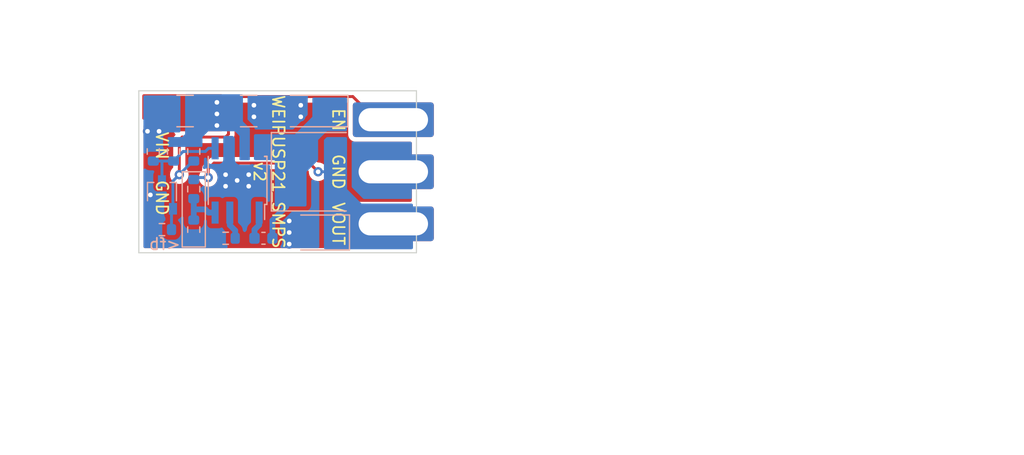
<source format=kicad_pcb>
(kicad_pcb (version 20211014) (generator pcbnew)
  (title_block (comment 4 "AISLER Project ID: BCAAVWBM"))
  (layers (0 "F.Cu" signal) (31 "B.Cu" signal) (34 "B.Paste" user) (35 "F.Paste" user) (36 "B.SilkS" user "B.Silkscreen") (37 "F.SilkS" user "F.Silkscreen") (38 "B.Mask" user) (39 "F.Mask" user) (44 "Edge.Cuts" user))
  (net 0 "")
  (net 1 "VIN")
  (net 2 "GND")
  (net 3 "Net-(Cboot1-Pad1)")
  (net 4 "EN_IN")
  (net 5 "VOUT")
  (net 6 "Net-(Cboot1-Pad2)")
  (net 7 "Net-(Q1-Pad3)")
  (net 8 "Net-(Rfb1-Pad2)")
  (net 9 "Net-(Rsync1-Pad1)")
  (footprint "TestPoint:TestPoint_THTPad_D1.0mm_Drill0.5mm" (layer "F.Cu") (at 120 78.5)
    (fp_text reference "EN1" hide)
    (fp_text value "Conn_01x01_Female")
    (pad "1" thru_hole roundrect (at 0 0) (size 7 3) (drill oval 6 2) (layers *.Cu *.Mask) (roundrect_rratio 0.08333333333) (net 4 "EN_IN"))
  )
  (footprint "Connector_Wire:SolderWirePad_1x01_SMD_1x2mm" (layer "F.Cu") (at 101 77.5 -90)
    (fp_text reference "VIN1" hide)
    (fp_text value "Conn_01x01_Female")
    (pad "1" smd roundrect (at 0 0 270) (size 2 5) (layers "F.Cu" "F.Paste" "F.Mask") (net 1 "VIN"))
  )
  (footprint "Connector_Wire:SolderWirePad_1x01_SMD_1x2mm" (layer "F.Cu") (at 101 88.5 90)
    (fp_text reference "GND1" hide)
    (fp_text value "Conn_01x01_Female")
    (pad "1" smd roundrect (at 0 0 90) (size 2 5) (layers "F.Cu" "F.Paste" "F.Mask") (net 2 "GND"))
  )
  (footprint "TestPoint:TestPoint_THTPad_D1.0mm_Drill0.5mm" (layer "F.Cu") (at 120 87.5)
    (fp_text reference "5V1" hide)
    (fp_text value "Conn_01x01_Female")
    (pad "1" thru_hole roundrect (at 0 0) (size 7 3) (drill oval 6 2) (layers *.Cu *.Mask) (roundrect_rratio 0.08333333333) (net 5 "VOUT"))
  )
  (footprint "TestPoint:TestPoint_THTPad_D1.0mm_Drill0.5mm" (layer "F.Cu") (at 120 83)
    (fp_text reference "GND2" hide)
    (fp_text value "Conn_01x01_Female")
    (pad "1" thru_hole roundrect locked (at 0 0) (size 7 3) (drill oval 6 2) (layers *.Cu *.Mask) (roundrect_rratio 0.08333333333) (net 2 "GND"))
  )
  (footprint "Diode_SMD:D_SOD-128" (layer "B.Cu") (at 113 77.75 180)
    (fp_text reference "D1" hide)
    (fp_text value "40V, 550mV, 2A")
    (fp_line (start -3.08 1.36) (end -3.08 -1.36) (layer "B.SilkS") (width 0.12))
    (fp_line (start -3.08 -1.36) (end 1.9 -1.36) (layer "B.SilkS") (width 0.12))
    (fp_line (start -3.08 1.36) (end 1.9 1.36) (layer "B.SilkS") (width 0.12))
    (pad "1" smd rect (at -2.2 0 180) (size 1.4 2.1) (layers "B.Cu" "B.Paste" "B.Mask") (net 3 "Net-(Cboot1-Pad1)"))
    (pad "2" smd rect (at 2.2 0 180) (size 1.4 2.1) (layers "B.Cu" "B.Paste" "B.Mask") (net 2 "GND"))
  )
  (footprint "Resistor_SMD:R_0603_1608Metric" (layer "B.Cu") (at 99.25 81.25 90)
    (fp_text reference "Ren2" hide)
    (fp_text value "???")
    (fp_line (start -0.237258 -0.5225) (end 0.237258 -0.5225) (layer "B.SilkS") (width 0.12))
    (fp_line (start -0.237258 0.5225) (end 0.237258 0.5225) (layer "B.SilkS") (width 0.12))
    (pad "1" smd roundrect (at -0.825 0 90) (size 0.8 0.95) (layers "B.Cu" "B.Paste" "B.Mask") (net 7 "Net-(Q1-Pad3)"))
    (pad "2" smd roundrect (at 0.825 0 90) (size 0.8 0.95) (layers "B.Cu" "B.Paste" "B.Mask") (net 2 "GND"))
  )
  (footprint "Resistor_SMD:R_0603_1608Metric" (layer "B.Cu") (at 102.75 84.5 -90)
    (fp_text reference "Rfb1" hide)
    (fp_text value "3k")
    (fp_line (start -0.237258 0.5225) (end 0.237258 0.5225) (layer "B.SilkS") (width 0.12))
    (fp_line (start -0.237258 -0.5225) (end 0.237258 -0.5225) (layer "B.SilkS") (width 0.12))
    (pad "1" smd roundrect (at -0.825 0 270) (size 0.8 0.95) (layers "B.Cu" "B.Paste" "B.Mask") (net 5 "VOUT"))
    (pad "2" smd roundrect (at 0.825 0 270) (size 0.8 0.95) (layers "B.Cu" "B.Paste" "B.Mask") (net 8 "Net-(Rfb1-Pad2)"))
  )
  (footprint "Capacitor_SMD:C_1210_3225Metric" (layer "B.Cu") (at 107.5 77.75)
    (fp_text reference "Cin1" hide)
    (fp_text value "50V, 10uF")
    (fp_line (start -0.711252 1.36) (end 0.711252 1.36) (layer "B.SilkS") (width 0.12))
    (fp_line (start -0.711252 -1.36) (end 0.711252 -1.36) (layer "B.SilkS") (width 0.12))
    (pad "1" smd roundrect (at -1.475 0) (size 1.15 2.7) (layers "B.Cu" "B.Paste" "B.Mask") (roundrect_rratio 0.2173913043) (net 1 "VIN"))
    (pad "2" smd roundrect (at 1.475 0) (size 1.15 2.7) (layers "B.Cu" "B.Paste" "B.Mask") (roundrect_rratio 0.2173913043) (net 2 "GND"))
  )
  (footprint "Package_TO_SOT_SMD:SOT-23W" (layer "B.Cu") (at 100 85 90)
    (fp_text reference "Q1" hide)
    (fp_text value "BSS 138")
    (fp_line (start 1.075 1.25) (end 1.075 0.7) (layer "B.SilkS") (width 0.12))
    (fp_line (start 1.075 -0.7) (end 1.075 -1.25) (layer "B.SilkS") (width 0.12))
    (fp_line (start -0.5 -1.25) (end 1.075 -1.25) (layer "B.SilkS") (width 0.12))
    (fp_line (start -0.5 1.25) (end 1.075 1.25) (layer "B.SilkS") (width 0.12))
    (pad "1" smd rect (at -1.2 0.95 90) (size 1 0.7) (layers "B.Cu" "B.Paste" "B.Mask") (net 4 "EN_IN"))
    (pad "2" smd rect (at -1.2 -0.95 90) (size 1 0.7) (layers "B.Cu" "B.Paste" "B.Mask") (net 2 "GND"))
    (pad "3" smd rect (at 1.2 0 90) (size 1 0.7) (layers "B.Cu" "B.Paste" "B.Mask") (net 7 "Net-(Q1-Pad3)"))
  )
  (footprint "Package_SO:TI_SO-PowerPAD-8" (layer "B.Cu") (at 106.5 83.75 90)
    (fp_text reference "U1" hide)
    (fp_text value "LM22670")
    (fp_line (start -2.075 2.575) (end -2.075 2.375) (layer "B.SilkS") (width 0.12))
    (fp_line (start -2.075 2.375) (end -3.375 2.375) (layer "B.SilkS") (width 0.12))
    (fp_line (start -2.075 2.575) (end 2.075 2.575) (layer "B.SilkS") (width 0.12))
    (fp_line (start 2.075 2.575) (end 2.075 2.375) (layer "B.SilkS") (width 0.15))
    (fp_line (start -2.075 -2.5) (end 2.075 -2.5) (layer "B.SilkS") (width 0.12))
    (pad "1" smd rect (at -2.78 1.905 90) (size 1.91 0.61) (layers "B.Cu" "B.Paste" "B.Mask") (net 6 "Net-(Cboot1-Pad2)"))
    (pad "2" smd rect (at -2.78 0.635 90) (size 1.91 0.61) (layers "B.Cu" "B.Paste" "B.Mask") (net 2 "GND"))
    (pad "3" smd rect (at -2.78 -0.635 90) (size 1.91 0.61) (layers "B.Cu" "B.Paste" "B.Mask") (net 9 "Net-(Rsync1-Pad1)"))
    (pad "4" smd rect (at -2.78 -1.905 90) (size 1.91 0.61) (layers "B.Cu" "B.Paste" "B.Mask") (net 8 "Net-(Rfb1-Pad2)"))
    (pad "5" smd rect (at 2.78 -1.905 90) (size 1.91 0.61) (layers "B.Cu" "B.Paste" "B.Mask") (net 7 "Net-(Q1-Pad3)"))
    (pad "6" smd rect (at 2.78 -0.635 90) (size 1.91 0.61) (layers "B.Cu" "B.Paste" "B.Mask") (net 2 "GND"))
    (pad "7" smd rect (at 2.78 0.635 90) (size 1.91 0.61) (layers "B.Cu" "B.Paste" "B.Mask") (net 1 "VIN"))
    (pad "8" smd rect (at 2.78 1.905 90) (size 1.91 0.61) (layers "B.Cu" "B.Paste" "B.Mask") (net 3 "Net-(Cboot1-Pad1)"))
    (pad "9" smd rect (at 0 0 90) (size 2.25 3.02175) (layers "B.Cu" "B.Paste" "B.Mask") (net 2 "GND"))
  )
  (footprint "Resistor_SMD:R_0603_1608Metric" (layer "B.Cu") (at 105.507 88.75 180)
    (fp_text reference "Rsync1" hide)
    (fp_text value "34.8k")
    (fp_line (start -0.237258 0.5225) (end 0.237258 0.5225) (layer "B.SilkS") (width 0.12))
    (fp_line (start -0.237258 -0.5225) (end 0.237258 -0.5225) (layer "B.SilkS") (width 0.12))
    (pad "1" smd roundrect (at -0.825 0 180) (size 0.8 0.95) (layers "B.Cu" "B.Paste" "B.Mask") (net 9 "Net-(Rsync1-Pad1)"))
    (pad "2" smd roundrect (at 0.825 0 180) (size 0.8 0.95) (layers "B.Cu" "B.Paste" "B.Mask") (net 2 "GND"))
  )
  (footprint "Resistor_SMD:R_0603_1608Metric" (layer "B.Cu") (at 100 88 180)
    (fp_text reference "Rmos2" hide)
    (fp_text value "5k")
    (fp_line (start -0.237258 0.5225) (end 0.237258 0.5225) (layer "B.SilkS") (width 0.12))
    (fp_line (start -0.237258 -0.5225) (end 0.237258 -0.5225) (layer "B.SilkS") (width 0.12))
    (pad "1" smd roundrect (at -0.825 0 180) (size 0.8 0.95) (layers "B.Cu" "B.Paste" "B.Mask") (net 4 "EN_IN"))
    (pad "2" smd roundrect (at 0.825 0 180) (size 0.8 0.95) (layers "B.Cu" "B.Paste" "B.Mask") (net 2 "GND"))
  )
  (footprint "Capacitor_SMD:C_0603_1608Metric" (layer "B.Cu") (at 108.775 88.75 180)
    (fp_text reference "Cboot1" hide)
    (fp_text value "50V, 10nF")
    (fp_line (start -0.14058 -0.51) (end 0.14058 -0.51) (layer "B.SilkS") (width 0.12))
    (fp_line (start -0.14058 0.51) (end 0.14058 0.51) (layer "B.SilkS") (width 0.12))
    (pad "1" smd roundrect (at -0.775 0 180) (size 0.9 0.95) (layers "B.Cu" "B.Paste" "B.Mask") (net 3 "Net-(Cboot1-Pad1)"))
    (pad "2" smd roundrect (at 0.775 0 180) (size 0.9 0.95) (layers "B.Cu" "B.Paste" "B.Mask") (net 6 "Net-(Cboot1-Pad2)"))
  )
  (footprint "Resistor_SMD:R_0603_1608Metric" (layer "B.Cu") (at 102.75 88 -90)
    (fp_text reference "Rfb2" hide)
    (fp_text value "1k")
    (fp_line (start -0.237258 0.5225) (end 0.237258 0.5225) (layer "B.SilkS") (width 0.12))
    (fp_line (start -0.237258 -0.5225) (end 0.237258 -0.5225) (layer "B.SilkS") (width 0.12))
    (pad "1" smd roundrect (at -0.825 0 270) (size 0.8 0.95) (layers "B.Cu" "B.Paste" "B.Mask") (net 8 "Net-(Rfb1-Pad2)"))
    (pad "2" smd roundrect (at 0.825 0 270) (size 0.8 0.95) (layers "B.Cu" "B.Paste" "B.Mask") (net 2 "GND"))
  )
  (footprint "Inductor_SMD:L_Coilcraft_XAL60xx_6.36x6.56mm" (layer "B.Cu") (at 112.75 83)
    (fp_text reference "L1" hide)
    (fp_text value "XAL6060-822MEC")
    (fp_line (start -3.29 3.39) (end 3.18 3.39) (layer "B.SilkS") (width 0.12))
    (fp_line (start -3.29 -3.39) (end 3.18 -3.39) (layer "B.SilkS") (width 0.12))
    (fp_line (start -3.29 3.39) (end -3.29 -3.39) (layer "B.SilkS") (width 0.12))
    (pad "1" smd rect (at -2.02 0) (size 1.43 5.5) (layers "B.Cu" "B.Paste" "B.Mask") (net 3 "Net-(Cboot1-Pad1)"))
    (pad "2" smd rect (at 2.02 0) (size 1.43 5.5) (layers "B.Cu" "B.Paste" "B.Mask") (net 5 "VOUT"))
  )
  (footprint "Capacitor_Tantalum_SMD:CP_EIA-3528-21_Kemet-B" (layer "B.Cu") (at 113.75 88.25 180)
    (fp_text reference "Cout1" hide)
    (fp_text value "10V, 47uF, Tantal")
    (fp_line (start -2.46 -1.51) (end 1.75 -1.51) (layer "B.SilkS") (width 0.12))
    (fp_line (start 1.75 1.51) (end -2.46 1.51) (layer "B.SilkS") (width 0.12))
    (fp_line (start -2.46 1.51) (end -2.46 -1.51) (layer "B.SilkS") (width 0.12))
    (pad "1" smd roundrect (at -1.5375 0 180) (size 1.325 2.35) (layers "B.Cu" "B.Paste" "B.Mask") (roundrect_rratio 0.1886792453) (net 5 "VOUT"))
    (pad "2" smd roundrect (at 1.5375 0 180) (size 1.325 2.35) (layers "B.Cu" "B.Paste" "B.Mask") (roundrect_rratio 0.1886792453) (net 2 "GND"))
  )
  (footprint "Resistor_SMD:R_0603_1608Metric" (layer "B.Cu") (at 102.75 81.25 -90)
    (fp_text reference "Rmos1" hide)
    (fp_text value "10k")
    (fp_line (start -0.237258 0.5225) (end 0.237258 0.5225) (layer "B.SilkS") (width 0.12))
    (fp_line (start -0.237258 -0.5225) (end 0.237258 -0.5225) (layer "B.SilkS") (width 0.12))
    (pad "1" smd roundrect (at -0.825 0 270) (size 0.8 0.95) (layers "B.Cu" "B.Paste" "B.Mask") (net 1 "VIN"))
    (pad "2" smd roundrect (at 0.825 0 270) (size 0.8 0.95) (layers "B.Cu" "B.Paste" "B.Mask") (net 4 "EN_IN"))
  )
  (footprint "Capacitor_SMD:C_1210_3225Metric" (layer "B.Cu") (at 102 77.75 180)
    (fp_text reference "Cin2" hide)
    (fp_text value "50V, 10uF")
    (fp_line (start -0.711252 -1.36) (end 0.711252 -1.36) (layer "B.SilkS") (width 0.12))
    (fp_line (start -0.711252 1.36) (end 0.711252 1.36) (layer "B.SilkS") (width 0.12))
    (pad "1" smd roundrect (at -1.475 0 180) (size 1.15 2.7) (layers "B.Cu" "B.Paste" "B.Mask") (roundrect_rratio 0.2173913043) (net 1 "VIN"))
    (pad "2" smd roundrect (at 1.475 0 180) (size 1.15 2.7) (layers "B.Cu" "B.Paste" "B.Mask") (roundrect_rratio 0.2173913043) (net 2 "GND"))
  )
  (footprint "Resistor_SMD:R_0603_1608Metric" (layer "B.Cu") (at 101 81.25 -90)
    (fp_text reference "Ren1" hide)
    (fp_text value "???")
    (fp_line (start -0.237258 -0.5225) (end 0.237258 -0.5225) (layer "B.SilkS") (width 0.12))
    (fp_line (start -0.237258 0.5225) (end 0.237258 0.5225) (layer "B.SilkS") (width 0.12))
    (pad "1" smd roundrect (at -0.825 0 270) (size 0.8 0.95) (layers "B.Cu" "B.Paste" "B.Mask") (net 1 "VIN"))
    (pad "2" smd roundrect (at 0.825 0 270) (size 0.8 0.95) (layers "B.Cu" "B.Paste" "B.Mask") (net 7 "Net-(Q1-Pad3)"))
  )
  (gr_line (start 101.75 83) (end 103.75 83) (layer "B.SilkS") (width 0.12))
  (gr_line (start 101.75 83) (end 101.75 89.5) (layer "B.SilkS") (width 0.12))
  (gr_line (start 101.75 89.5) (end 103.75 89.5) (layer "B.SilkS") (width 0.12))
  (gr_line (start 103.75 83) (end 103.75 89.5) (layer "B.SilkS") (width 0.12))
  (gr_line (start 122 76) (end 122 90) (layer "Edge.Cuts") (width 0.1))
  (gr_line (start 98 90) (end 98 76) (layer "Edge.Cuts") (width 0.1))
  (gr_line (start 122 76) (end 98 76) (layer "Edge.Cuts") (width 0.1))
  (gr_line (start 98 90) (end 122 90) (layer "Edge.Cuts") (width 0.1))
  (gr_text "<fb" (at 100.25 89.25) (layer "B.SilkS") (effects (font (size 1 1)) (justify mirror)))
  (gr_text "VIN" (at 100 80.75 270) (layer "F.SilkS") (effects (font (size 1 1))))
  (gr_text "WEIPUSP21_SMPS\nv2" (at 109.25 83 270) (layer "F.SilkS") (effects (font (size 1 1))))
  (gr_text "GND" (at 100 85.25 270) (layer "F.SilkS") (effects (font (size 1 1))))
  (gr_text "VOUT" (at 115.25 87.5 270) (layer "F.SilkS") (effects (font (size 1 1))))
  (gr_text "EN" (at 115.25 78.5 270) (layer "F.SilkS") (effects (font (size 1 1))))
  (gr_text "GND" (at 115.25 83 270) (layer "F.SilkS") (effects (font (size 1 1))))
  (via (at 104.75 79) (size 0.8) (drill 0.4) (layers "F.Cu" "B.Cu") (net 1))
  (via (at 104.75 78) (size 0.8) (drill 0.4) (layers "F.Cu" "B.Cu") (net 1))
  (via (at 104.75 77) (size 0.8) (drill 0.4) (layers "F.Cu" "B.Cu") (net 1))
  (via (at 107.95 77.25) (size 0.8) (drill 0.4) (layers "F.Cu" "B.Cu") (net 2))
  (via (at 99 85) (size 0.8) (drill 0.4) (layers "F.Cu" "B.Cu") (net 2))
  (via (at 107.5 84.25) (size 0.8) (drill 0.4) (layers "F.Cu" "B.Cu") (net 2))
  (via (at 111 88.25) (size 0.8) (drill 0.4) (layers "F.Cu" "B.Cu") (net 2))
  (via (at 98.75 79.5) (size 0.8) (drill 0.4) (layers "F.Cu" "B.Cu") (net 2))
  (via (at 105.5 84.25) (size 0.8) (drill 0.4) (layers "F.Cu" "B.Cu") (net 2))
  (via (at 106.5 83.75) (size 0.8) (drill 0.4) (layers "F.Cu" "B.Cu") (net 2))
  (via (at 112 77.25) (size 0.8) (drill 0.4) (layers "F.Cu" "B.Cu") (net 2))
  (via (at 111 89.25) (size 0.8) (drill 0.4) (layers "F.Cu" "B.Cu") (net 2))
  (via (at 111 87.25) (size 0.8) (drill 0.4) (layers "F.Cu" "B.Cu") (net 2))
  (via (at 107.5 83.25) (size 0.8) (drill 0.4) (layers "F.Cu" "B.Cu") (net 2))
  (via (at 99.75 79.5) (size 0.8) (drill 0.4) (layers "F.Cu" "B.Cu") (net 2))
  (via (at 107.95 78.25) (size 0.8) (drill 0.4) (layers "F.Cu" "B.Cu") (net 2))
  (via (at 105.5 83.25) (size 0.8) (drill 0.4) (layers "F.Cu" "B.Cu") (net 2))
  (via (at 112 78.25) (size 0.8) (drill 0.4) (layers "F.Cu" "B.Cu") (net 2))
  (segment (start 109.55 87.2) (end 109.55 88.75) (width 0.5) (layer "B.Cu") (net 3))
  (segment (start 110.73 83) (end 110.73 86.02) (width 0.5) (layer "B.Cu") (net 3))
  (segment (start 110.868 82.8225) (end 110.748 82.9425) (width 1) (layer "B.Cu") (net 3))
  (segment (start 110.73 86.02) (end 109.55 87.2) (width 0.5) (layer "B.Cu") (net 3))
  (segment (start 105.5 80) (end 105.75 79.75) (width 0.25) (layer "F.Cu") (net 4))
  (segment (start 118.5 78.5) (end 120 78.5) (width 0.25) (layer "F.Cu") (net 4))
  (segment (start 106 76.5) (end 116.5 76.5) (width 0.25) (layer "F.Cu") (net 4))
  (segment (start 116.5 76.5) (end 118.5 78.5) (width 0.25) (layer "F.Cu") (net 4))
  (segment (start 101.75 80) (end 105.5 80) (width 0.25) (layer "F.Cu") (net 4))
  (segment (start 101.5 83.25) (end 101.5 80.25) (width 0.25) (layer "F.Cu") (net 4))
  (segment (start 105.75 76.75) (end 106 76.5) (width 0.25) (layer "F.Cu") (net 4))
  (segment (start 101.5 80.25) (end 101.75 80) (width 0.25) (layer "F.Cu") (net 4))
  (segment (start 105.75 79.75) (end 105.75 76.75) (width 0.25) (layer "F.Cu") (net 4))
  (via (at 101.5 83.25) (size 0.8) (drill 0.4) (layers "F.Cu" "B.Cu") (net 4))
  (segment (start 102.675 82.075) (end 101.5 83.25) (width 0.25) (layer "B.Cu") (net 4))
  (segment (start 102.75 82.075) (end 102.675 82.075) (width 0.25) (layer "B.Cu") (net 4))
  (segment (start 100.95 83.8) (end 100.95 86.2) (width 0.25) (layer "B.Cu") (net 4))
  (segment (start 100.825 86.325) (end 100.95 86.2) (width 0.25) (layer "B.Cu") (net 4))
  (segment (start 101.5 83.25) (end 100.95 83.8) (width 0.25) (layer "B.Cu") (net 4))
  (segment (start 100.825 88) (end 100.825 86.325) (width 0.25) (layer "B.Cu") (net 4))
  (segment (start 104.5 82.25) (end 112.75 82.25) (width 0.25) (layer "F.Cu") (net 5))
  (segment (start 104 83.5) (end 104 82.75) (width 0.25) (layer "F.Cu") (net 5))
  (segment (start 112.75 82.25) (end 113.5 83) (width 0.25) (layer "F.Cu") (net 5))
  (segment (start 104 82.75) (end 104.5 82.25) (width 0.25) (layer "F.Cu") (net 5))
  (via (at 113.5 83) (size 0.8) (drill 0.4) (layers "F.Cu" "B.Cu") (net 5))
  (via (at 104 83.5) (size 0.8) (drill 0.4) (layers "F.Cu" "B.Cu") (net 5))
  (segment (start 114.77 83) (end 113.5 83) (width 0.25) (layer "B.Cu") (net 5))
  (segment (start 102.925 83.5) (end 102.75 83.675) (width 0.25) (layer "B.Cu") (net 5))
  (segment (start 104 83.5) (end 102.925 83.5) (width 0.25) (layer "B.Cu") (net 5))
  (segment (start 108 88) (end 108.405 87.595) (width 0.5) (layer "B.Cu") (net 6))
  (segment (start 108.405 87.595) (end 108.405 86.53) (width 0.5) (layer "B.Cu") (net 6))
  (segment (start 108 88.75) (end 108 88) (width 0.5) (layer "B.Cu") (net 6))
  (segment (start 100 82.15) (end 99.925 82.075) (width 0.25) (layer "B.Cu") (net 7))
  (segment (start 104.03 80.97) (end 103.75 81.25) (width 0.25) (layer "B.Cu") (net 7))
  (segment (start 99.925 82.075) (end 101 82.075) (width 0.25) (layer "B.Cu") (net 7))
  (segment (start 100 83.8) (end 100 82.15) (width 0.25) (layer "B.Cu") (net 7))
  (segment (start 101.825 81.25) (end 101 82.075) (width 0.25) (layer "B.Cu") (net 7))
  (segment (start 103.75 81.25) (end 101.825 81.25) (width 0.25) (layer "B.Cu") (net 7))
  (segment (start 99.25 82.075) (end 99.925 82.075) (width 0.25) (layer "B.Cu") (net 7))
  (segment (start 104.595 80.97) (end 104.03 80.97) (width 0.25) (layer "B.Cu") (net 7))
  (segment (start 102.75 87.175) (end 102.75 86.25) (width 0.5) (layer "B.Cu") (net 8))
  (segment (start 104.03 86.53) (end 104.595 86.53) (width 0.5) (layer "B.Cu") (net 8))
  (segment (start 103.75 86.25) (end 104.03 86.53) (width 0.5) (layer "B.Cu") (net 8))
  (segment (start 102.75 86.25) (end 103.75 86.25) (width 0.5) (layer "B.Cu") (net 8))
  (segment (start 102.75 86.25) (end 102.75 85.325) (width 0.5) (layer "B.Cu") (net 8))
  (segment (start 106.332 88.082) (end 105.865 87.615) (width 0.5) (layer "B.Cu") (net 9))
  (segment (start 105.865 87.615) (end 105.865 86.53) (width 0.5) (layer "B.Cu") (net 9))
  (segment (start 106.332 88.75) (end 106.332 88.082) (width 0.5) (layer "B.Cu") (net 9))
  (zone (net 1) (net_name "VIN") (layer "F.Cu") (priority 1) (connect_pads yes (clearance 0.25)) (min_thickness 0.25) (fill yes (thermal_gap 0.5) (thermal_bridge_width 0.5))
    (polygon (pts (xy 105.25 79.5) (xy 101.5 79.5) (xy 100.5 78.5) (xy 98 78.5) (xy 98.010647 76) (xy 105.25 76)))
  )
  (zone (net 2) (net_name "GND") (layers F&B.Cu) (connect_pads yes (clearance 0.4)) (min_thickness 0.25) (fill yes (thermal_gap 0.5) (thermal_bridge_width 0.5))
    (polygon (pts (xy 122.75 90.75) (xy 97.25 90.75) (xy 97.25 75.25) (xy 122.75 75.25)))
  )
  (zone (net 1) (net_name "VIN") (layer "B.Cu") (priority 2) (connect_pads yes (clearance 0.16)) (min_thickness 0.1524) (fill yes (thermal_gap 0.508) (thermal_bridge_width 0.508))
    (polygon (pts (xy 107 78.65) (xy 107.6 79.25) (xy 107.6 82) (xy 106.7 82) (xy 106.7 79.9) (xy 106.3 79.5) (xy 104 79.5) (xy 103.5 80) (xy 103.5 80.85) (xy 100.5 80.85) (xy 100.5 80) (xy 101.75 80) (xy 102 79.75) (xy 102 76) (xy 107 76)))
  )
  (zone (net 5) (net_name "VOUT") (layer "B.Cu") (priority 2) (connect_pads yes (clearance 0.16)) (min_thickness 0.254) (fill yes (thermal_gap 0.508) (thermal_bridge_width 0.508))
    (polygon (pts (xy 116 84.5) (xy 117.25 85.75) (xy 122 85.75) (xy 122 90.043) (xy 114 90) (xy 114 80.25) (xy 114.25 80) (xy 116 80)))
  )
  (zone (net 3) (net_name "Net-(Cboot1-Pad1)") (layer "B.Cu") (priority 1) (connect_pads yes (clearance 0.16)) (min_thickness 0.254) (fill yes (thermal_gap 0.508) (thermal_bridge_width 0.508))
    (polygon (pts (xy 116 79.5) (xy 114.25 79.5) (xy 113.5 80.25) (xy 113.5 82) (xy 112.5 83) (xy 112.5 86) (xy 109.75 86) (xy 109.75 82) (xy 107.95 82) (xy 107.95 79.75) (xy 111.5 79.75) (xy 113 78.25) (xy 113 76.581) (xy 116 76.581)))
  )
)
</source>
